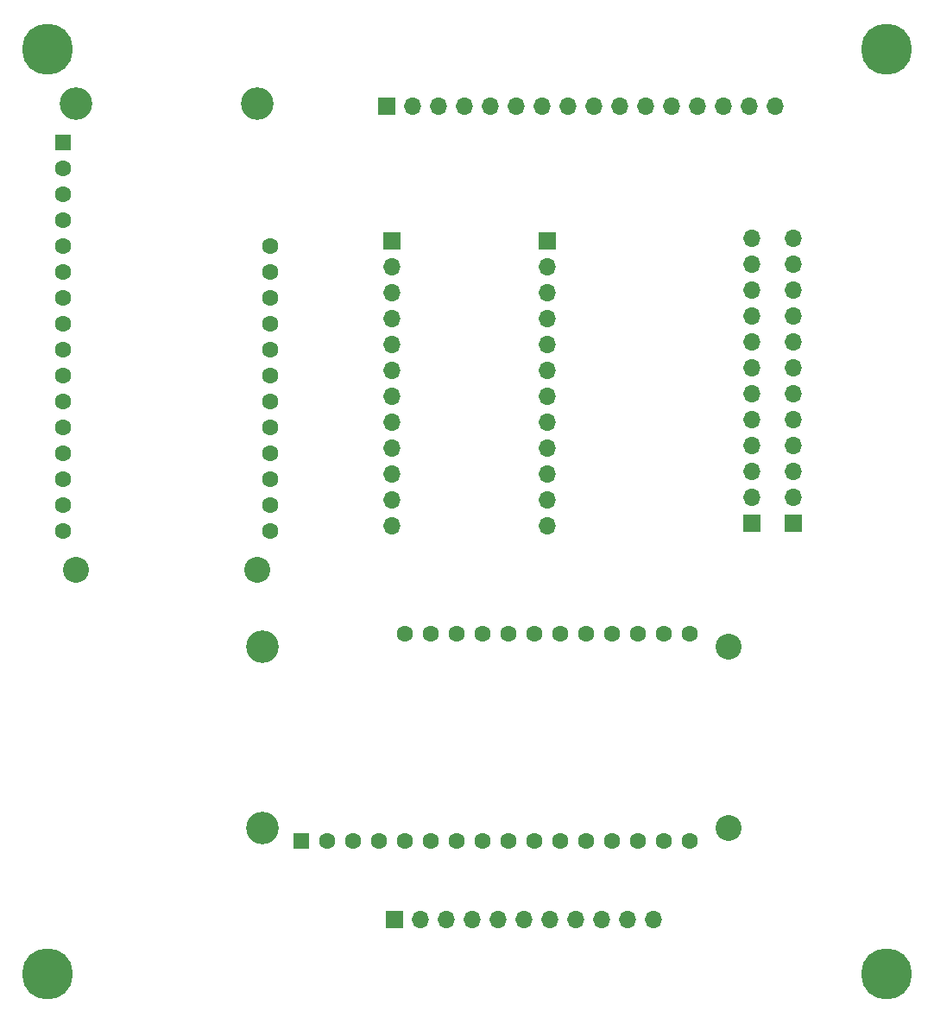
<source format=gbr>
%TF.GenerationSoftware,KiCad,Pcbnew,(6.0.7)*%
%TF.CreationDate,2023-03-27T03:10:45-05:00*%
%TF.ProjectId,Main PCB,4d61696e-2050-4434-922e-6b696361645f,rev?*%
%TF.SameCoordinates,Original*%
%TF.FileFunction,Soldermask,Top*%
%TF.FilePolarity,Negative*%
%FSLAX46Y46*%
G04 Gerber Fmt 4.6, Leading zero omitted, Abs format (unit mm)*
G04 Created by KiCad (PCBNEW (6.0.7)) date 2023-03-27 03:10:45*
%MOMM*%
%LPD*%
G01*
G04 APERTURE LIST*
%ADD10R,1.700000X1.700000*%
%ADD11O,1.700000X1.700000*%
%ADD12C,5.000000*%
%ADD13C,2.540000*%
%ADD14C,3.200000*%
%ADD15R,1.600000X1.600000*%
%ADD16C,1.600000*%
G04 APERTURE END LIST*
D10*
%TO.C,I2C*%
X51308000Y-28448000D03*
D11*
X53848000Y-28448000D03*
X56388000Y-28448000D03*
X58928000Y-28448000D03*
X61468000Y-28448000D03*
X64008000Y-28448000D03*
X66548000Y-28448000D03*
X69088000Y-28448000D03*
X71628000Y-28448000D03*
X74168000Y-28448000D03*
X76708000Y-28448000D03*
X79248000Y-28448000D03*
X81788000Y-28448000D03*
X84328000Y-28448000D03*
X86868000Y-28448000D03*
X89408000Y-28448000D03*
%TD*%
D12*
%TO.C,H1*%
X18034000Y-22860000D03*
%TD*%
%TO.C,H2*%
X100330000Y-22860000D03*
%TD*%
D10*
%TO.C,GND*%
X91186000Y-69342000D03*
D11*
X91186000Y-66802000D03*
X91186000Y-64262000D03*
X91186000Y-61722000D03*
X91186000Y-59182000D03*
X91186000Y-56642000D03*
X91186000Y-54102000D03*
X91186000Y-51562000D03*
X91186000Y-49022000D03*
X91186000Y-46482000D03*
X91186000Y-43942000D03*
X91186000Y-41402000D03*
%TD*%
D10*
%TO.C,R*%
X51816000Y-41656000D03*
D11*
X51816000Y-44196000D03*
X51816000Y-46736000D03*
X51816000Y-49276000D03*
X51816000Y-51816000D03*
X51816000Y-54356000D03*
X51816000Y-56896000D03*
X51816000Y-59436000D03*
X51816000Y-61976000D03*
X51816000Y-64516000D03*
X51816000Y-67056000D03*
X51816000Y-69596000D03*
%TD*%
D13*
%TO.C,Feather M0\u002A\u002A*%
X38608000Y-73914000D03*
D14*
X20828000Y-28194000D03*
X38608000Y-28194000D03*
D13*
X20828000Y-73914000D03*
D15*
X19558000Y-32004000D03*
D16*
X19558000Y-34544000D03*
X19558000Y-37084000D03*
X19558000Y-39624000D03*
X19558000Y-42164000D03*
X19558000Y-44704000D03*
X19558000Y-47244000D03*
X19558000Y-49784000D03*
X19558000Y-52324000D03*
X19558000Y-54864000D03*
X19558000Y-57404000D03*
X19558000Y-59944000D03*
X19558000Y-62484000D03*
X19558000Y-65024000D03*
X19558000Y-67564000D03*
X19558000Y-70104000D03*
X39878000Y-70104000D03*
X39878000Y-67564000D03*
X39878000Y-65024000D03*
X39878000Y-62484000D03*
X39878000Y-59944000D03*
X39878000Y-57404000D03*
X39878000Y-54864000D03*
X39878000Y-52324000D03*
X39878000Y-49784000D03*
X39878000Y-47244000D03*
X39878000Y-44704000D03*
X39878000Y-42164000D03*
%TD*%
%TO.C,Boron\u002A\u002A*%
X53086000Y-80156500D03*
X55626000Y-80156500D03*
X58166000Y-80156500D03*
X60706000Y-80156500D03*
X63246000Y-80156500D03*
X65786000Y-80156500D03*
X68326000Y-80156500D03*
X70866000Y-80156500D03*
X73406000Y-80156500D03*
X75946000Y-80156500D03*
X78486000Y-80156500D03*
X81026000Y-80156500D03*
X81026000Y-100476500D03*
X78486000Y-100476500D03*
X75946000Y-100476500D03*
X73406000Y-100476500D03*
X70866000Y-100476500D03*
X68326000Y-100476500D03*
X65786000Y-100476500D03*
X63246000Y-100476500D03*
X60706000Y-100476500D03*
X58166000Y-100476500D03*
X55626000Y-100476500D03*
X53086000Y-100476500D03*
X50546000Y-100476500D03*
X48006000Y-100476500D03*
X45466000Y-100476500D03*
D15*
X42926000Y-100476500D03*
D13*
X84836000Y-99206500D03*
D14*
X39116000Y-81426500D03*
X39116000Y-99206500D03*
D13*
X84836000Y-81426500D03*
%TD*%
D11*
%TO.C,BQ24074*%
X77470000Y-108204000D03*
X74930000Y-108204000D03*
X72390000Y-108204000D03*
X69850000Y-108204000D03*
X67310000Y-108204000D03*
X64770000Y-108204000D03*
X62230000Y-108204000D03*
X59690000Y-108204000D03*
X57150000Y-108204000D03*
X54610000Y-108204000D03*
D10*
X52070000Y-108204000D03*
%TD*%
D12*
%TO.C,H3*%
X18034000Y-113538000D03*
%TD*%
D10*
%TO.C,L*%
X67056000Y-41656000D03*
D11*
X67056000Y-44196000D03*
X67056000Y-46736000D03*
X67056000Y-49276000D03*
X67056000Y-51816000D03*
X67056000Y-54356000D03*
X67056000Y-56896000D03*
X67056000Y-59436000D03*
X67056000Y-61976000D03*
X67056000Y-64516000D03*
X67056000Y-67056000D03*
X67056000Y-69596000D03*
%TD*%
D10*
%TO.C,Vin*%
X87122000Y-69342000D03*
D11*
X87122000Y-66802000D03*
X87122000Y-64262000D03*
X87122000Y-61722000D03*
X87122000Y-59182000D03*
X87122000Y-56642000D03*
X87122000Y-54102000D03*
X87122000Y-51562000D03*
X87122000Y-49022000D03*
X87122000Y-46482000D03*
X87122000Y-43942000D03*
X87122000Y-41402000D03*
%TD*%
D12*
%TO.C,H4*%
X100330000Y-113538000D03*
%TD*%
M02*

</source>
